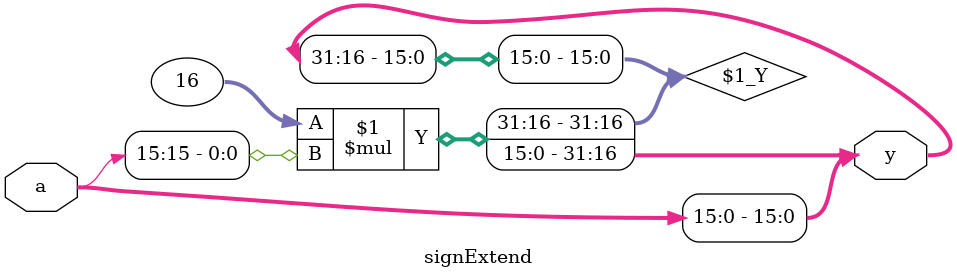
<source format=sv>
module signExtend(input [15:0] a, output [31:0] y);

	assign y[15:0] = a[15:0];
	assign y[31:16] = {16*a[15]};

endmodule
</source>
